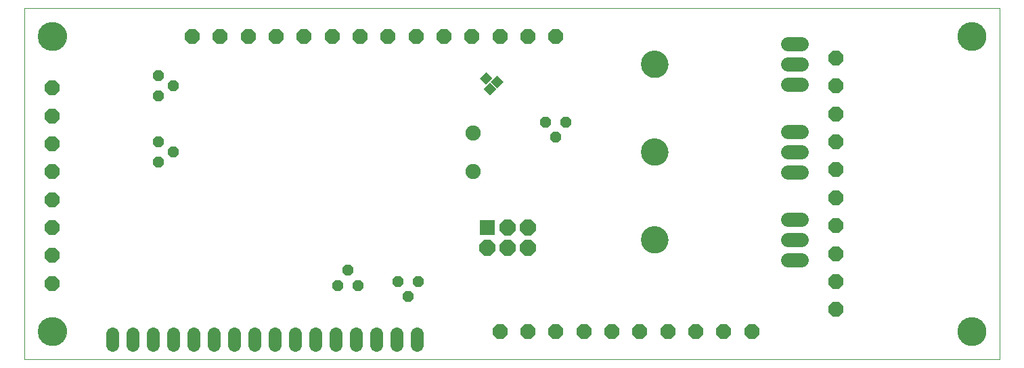
<source format=gbs>
G75*
%MOIN*%
%OFA0B0*%
%FSLAX25Y25*%
%IPPOS*%
%LPD*%
%AMOC8*
5,1,8,0,0,1.08239X$1,22.5*
%
%ADD10C,0.00000*%
%ADD11C,0.07000*%
%ADD12C,0.13400*%
%ADD13R,0.07800X0.07800*%
%ADD14OC8,0.07800*%
%ADD15C,0.07487*%
%ADD16OC8,0.05600*%
%ADD17OC8,0.07487*%
%ADD18C,0.14180*%
%ADD19C,0.06337*%
%ADD20R,0.04400X0.04400*%
D10*
X0001250Y0001250D02*
X0001250Y0174478D01*
X0481565Y0174478D01*
X0481565Y0001250D01*
X0001250Y0001250D01*
X0008140Y0015030D02*
X0008142Y0015199D01*
X0008148Y0015368D01*
X0008159Y0015537D01*
X0008173Y0015705D01*
X0008192Y0015873D01*
X0008215Y0016041D01*
X0008241Y0016208D01*
X0008272Y0016374D01*
X0008307Y0016540D01*
X0008346Y0016704D01*
X0008390Y0016868D01*
X0008437Y0017030D01*
X0008488Y0017191D01*
X0008543Y0017351D01*
X0008602Y0017510D01*
X0008664Y0017667D01*
X0008731Y0017822D01*
X0008802Y0017976D01*
X0008876Y0018128D01*
X0008954Y0018278D01*
X0009035Y0018426D01*
X0009120Y0018572D01*
X0009209Y0018716D01*
X0009301Y0018858D01*
X0009397Y0018997D01*
X0009496Y0019134D01*
X0009598Y0019269D01*
X0009704Y0019401D01*
X0009813Y0019530D01*
X0009925Y0019657D01*
X0010040Y0019781D01*
X0010158Y0019902D01*
X0010279Y0020020D01*
X0010403Y0020135D01*
X0010530Y0020247D01*
X0010659Y0020356D01*
X0010791Y0020462D01*
X0010926Y0020564D01*
X0011063Y0020663D01*
X0011202Y0020759D01*
X0011344Y0020851D01*
X0011488Y0020940D01*
X0011634Y0021025D01*
X0011782Y0021106D01*
X0011932Y0021184D01*
X0012084Y0021258D01*
X0012238Y0021329D01*
X0012393Y0021396D01*
X0012550Y0021458D01*
X0012709Y0021517D01*
X0012869Y0021572D01*
X0013030Y0021623D01*
X0013192Y0021670D01*
X0013356Y0021714D01*
X0013520Y0021753D01*
X0013686Y0021788D01*
X0013852Y0021819D01*
X0014019Y0021845D01*
X0014187Y0021868D01*
X0014355Y0021887D01*
X0014523Y0021901D01*
X0014692Y0021912D01*
X0014861Y0021918D01*
X0015030Y0021920D01*
X0015199Y0021918D01*
X0015368Y0021912D01*
X0015537Y0021901D01*
X0015705Y0021887D01*
X0015873Y0021868D01*
X0016041Y0021845D01*
X0016208Y0021819D01*
X0016374Y0021788D01*
X0016540Y0021753D01*
X0016704Y0021714D01*
X0016868Y0021670D01*
X0017030Y0021623D01*
X0017191Y0021572D01*
X0017351Y0021517D01*
X0017510Y0021458D01*
X0017667Y0021396D01*
X0017822Y0021329D01*
X0017976Y0021258D01*
X0018128Y0021184D01*
X0018278Y0021106D01*
X0018426Y0021025D01*
X0018572Y0020940D01*
X0018716Y0020851D01*
X0018858Y0020759D01*
X0018997Y0020663D01*
X0019134Y0020564D01*
X0019269Y0020462D01*
X0019401Y0020356D01*
X0019530Y0020247D01*
X0019657Y0020135D01*
X0019781Y0020020D01*
X0019902Y0019902D01*
X0020020Y0019781D01*
X0020135Y0019657D01*
X0020247Y0019530D01*
X0020356Y0019401D01*
X0020462Y0019269D01*
X0020564Y0019134D01*
X0020663Y0018997D01*
X0020759Y0018858D01*
X0020851Y0018716D01*
X0020940Y0018572D01*
X0021025Y0018426D01*
X0021106Y0018278D01*
X0021184Y0018128D01*
X0021258Y0017976D01*
X0021329Y0017822D01*
X0021396Y0017667D01*
X0021458Y0017510D01*
X0021517Y0017351D01*
X0021572Y0017191D01*
X0021623Y0017030D01*
X0021670Y0016868D01*
X0021714Y0016704D01*
X0021753Y0016540D01*
X0021788Y0016374D01*
X0021819Y0016208D01*
X0021845Y0016041D01*
X0021868Y0015873D01*
X0021887Y0015705D01*
X0021901Y0015537D01*
X0021912Y0015368D01*
X0021918Y0015199D01*
X0021920Y0015030D01*
X0021918Y0014861D01*
X0021912Y0014692D01*
X0021901Y0014523D01*
X0021887Y0014355D01*
X0021868Y0014187D01*
X0021845Y0014019D01*
X0021819Y0013852D01*
X0021788Y0013686D01*
X0021753Y0013520D01*
X0021714Y0013356D01*
X0021670Y0013192D01*
X0021623Y0013030D01*
X0021572Y0012869D01*
X0021517Y0012709D01*
X0021458Y0012550D01*
X0021396Y0012393D01*
X0021329Y0012238D01*
X0021258Y0012084D01*
X0021184Y0011932D01*
X0021106Y0011782D01*
X0021025Y0011634D01*
X0020940Y0011488D01*
X0020851Y0011344D01*
X0020759Y0011202D01*
X0020663Y0011063D01*
X0020564Y0010926D01*
X0020462Y0010791D01*
X0020356Y0010659D01*
X0020247Y0010530D01*
X0020135Y0010403D01*
X0020020Y0010279D01*
X0019902Y0010158D01*
X0019781Y0010040D01*
X0019657Y0009925D01*
X0019530Y0009813D01*
X0019401Y0009704D01*
X0019269Y0009598D01*
X0019134Y0009496D01*
X0018997Y0009397D01*
X0018858Y0009301D01*
X0018716Y0009209D01*
X0018572Y0009120D01*
X0018426Y0009035D01*
X0018278Y0008954D01*
X0018128Y0008876D01*
X0017976Y0008802D01*
X0017822Y0008731D01*
X0017667Y0008664D01*
X0017510Y0008602D01*
X0017351Y0008543D01*
X0017191Y0008488D01*
X0017030Y0008437D01*
X0016868Y0008390D01*
X0016704Y0008346D01*
X0016540Y0008307D01*
X0016374Y0008272D01*
X0016208Y0008241D01*
X0016041Y0008215D01*
X0015873Y0008192D01*
X0015705Y0008173D01*
X0015537Y0008159D01*
X0015368Y0008148D01*
X0015199Y0008142D01*
X0015030Y0008140D01*
X0014861Y0008142D01*
X0014692Y0008148D01*
X0014523Y0008159D01*
X0014355Y0008173D01*
X0014187Y0008192D01*
X0014019Y0008215D01*
X0013852Y0008241D01*
X0013686Y0008272D01*
X0013520Y0008307D01*
X0013356Y0008346D01*
X0013192Y0008390D01*
X0013030Y0008437D01*
X0012869Y0008488D01*
X0012709Y0008543D01*
X0012550Y0008602D01*
X0012393Y0008664D01*
X0012238Y0008731D01*
X0012084Y0008802D01*
X0011932Y0008876D01*
X0011782Y0008954D01*
X0011634Y0009035D01*
X0011488Y0009120D01*
X0011344Y0009209D01*
X0011202Y0009301D01*
X0011063Y0009397D01*
X0010926Y0009496D01*
X0010791Y0009598D01*
X0010659Y0009704D01*
X0010530Y0009813D01*
X0010403Y0009925D01*
X0010279Y0010040D01*
X0010158Y0010158D01*
X0010040Y0010279D01*
X0009925Y0010403D01*
X0009813Y0010530D01*
X0009704Y0010659D01*
X0009598Y0010791D01*
X0009496Y0010926D01*
X0009397Y0011063D01*
X0009301Y0011202D01*
X0009209Y0011344D01*
X0009120Y0011488D01*
X0009035Y0011634D01*
X0008954Y0011782D01*
X0008876Y0011932D01*
X0008802Y0012084D01*
X0008731Y0012238D01*
X0008664Y0012393D01*
X0008602Y0012550D01*
X0008543Y0012709D01*
X0008488Y0012869D01*
X0008437Y0013030D01*
X0008390Y0013192D01*
X0008346Y0013356D01*
X0008307Y0013520D01*
X0008272Y0013686D01*
X0008241Y0013852D01*
X0008215Y0014019D01*
X0008192Y0014187D01*
X0008173Y0014355D01*
X0008159Y0014523D01*
X0008148Y0014692D01*
X0008142Y0014861D01*
X0008140Y0015030D01*
X0305081Y0060305D02*
X0305083Y0060466D01*
X0305089Y0060626D01*
X0305099Y0060787D01*
X0305113Y0060947D01*
X0305131Y0061107D01*
X0305152Y0061266D01*
X0305178Y0061425D01*
X0305208Y0061583D01*
X0305241Y0061740D01*
X0305279Y0061897D01*
X0305320Y0062052D01*
X0305365Y0062206D01*
X0305414Y0062359D01*
X0305467Y0062511D01*
X0305523Y0062662D01*
X0305584Y0062811D01*
X0305647Y0062959D01*
X0305715Y0063105D01*
X0305786Y0063249D01*
X0305860Y0063391D01*
X0305938Y0063532D01*
X0306020Y0063670D01*
X0306105Y0063807D01*
X0306193Y0063941D01*
X0306285Y0064073D01*
X0306380Y0064203D01*
X0306478Y0064331D01*
X0306579Y0064456D01*
X0306683Y0064578D01*
X0306790Y0064698D01*
X0306900Y0064815D01*
X0307013Y0064930D01*
X0307129Y0065041D01*
X0307248Y0065150D01*
X0307369Y0065255D01*
X0307493Y0065358D01*
X0307619Y0065458D01*
X0307747Y0065554D01*
X0307878Y0065647D01*
X0308012Y0065737D01*
X0308147Y0065824D01*
X0308285Y0065907D01*
X0308424Y0065987D01*
X0308566Y0066063D01*
X0308709Y0066136D01*
X0308854Y0066205D01*
X0309001Y0066271D01*
X0309149Y0066333D01*
X0309299Y0066391D01*
X0309450Y0066446D01*
X0309603Y0066497D01*
X0309757Y0066544D01*
X0309912Y0066587D01*
X0310068Y0066626D01*
X0310224Y0066662D01*
X0310382Y0066693D01*
X0310540Y0066721D01*
X0310699Y0066745D01*
X0310859Y0066765D01*
X0311019Y0066781D01*
X0311179Y0066793D01*
X0311340Y0066801D01*
X0311501Y0066805D01*
X0311661Y0066805D01*
X0311822Y0066801D01*
X0311983Y0066793D01*
X0312143Y0066781D01*
X0312303Y0066765D01*
X0312463Y0066745D01*
X0312622Y0066721D01*
X0312780Y0066693D01*
X0312938Y0066662D01*
X0313094Y0066626D01*
X0313250Y0066587D01*
X0313405Y0066544D01*
X0313559Y0066497D01*
X0313712Y0066446D01*
X0313863Y0066391D01*
X0314013Y0066333D01*
X0314161Y0066271D01*
X0314308Y0066205D01*
X0314453Y0066136D01*
X0314596Y0066063D01*
X0314738Y0065987D01*
X0314877Y0065907D01*
X0315015Y0065824D01*
X0315150Y0065737D01*
X0315284Y0065647D01*
X0315415Y0065554D01*
X0315543Y0065458D01*
X0315669Y0065358D01*
X0315793Y0065255D01*
X0315914Y0065150D01*
X0316033Y0065041D01*
X0316149Y0064930D01*
X0316262Y0064815D01*
X0316372Y0064698D01*
X0316479Y0064578D01*
X0316583Y0064456D01*
X0316684Y0064331D01*
X0316782Y0064203D01*
X0316877Y0064073D01*
X0316969Y0063941D01*
X0317057Y0063807D01*
X0317142Y0063670D01*
X0317224Y0063532D01*
X0317302Y0063391D01*
X0317376Y0063249D01*
X0317447Y0063105D01*
X0317515Y0062959D01*
X0317578Y0062811D01*
X0317639Y0062662D01*
X0317695Y0062511D01*
X0317748Y0062359D01*
X0317797Y0062206D01*
X0317842Y0062052D01*
X0317883Y0061897D01*
X0317921Y0061740D01*
X0317954Y0061583D01*
X0317984Y0061425D01*
X0318010Y0061266D01*
X0318031Y0061107D01*
X0318049Y0060947D01*
X0318063Y0060787D01*
X0318073Y0060626D01*
X0318079Y0060466D01*
X0318081Y0060305D01*
X0318079Y0060144D01*
X0318073Y0059984D01*
X0318063Y0059823D01*
X0318049Y0059663D01*
X0318031Y0059503D01*
X0318010Y0059344D01*
X0317984Y0059185D01*
X0317954Y0059027D01*
X0317921Y0058870D01*
X0317883Y0058713D01*
X0317842Y0058558D01*
X0317797Y0058404D01*
X0317748Y0058251D01*
X0317695Y0058099D01*
X0317639Y0057948D01*
X0317578Y0057799D01*
X0317515Y0057651D01*
X0317447Y0057505D01*
X0317376Y0057361D01*
X0317302Y0057219D01*
X0317224Y0057078D01*
X0317142Y0056940D01*
X0317057Y0056803D01*
X0316969Y0056669D01*
X0316877Y0056537D01*
X0316782Y0056407D01*
X0316684Y0056279D01*
X0316583Y0056154D01*
X0316479Y0056032D01*
X0316372Y0055912D01*
X0316262Y0055795D01*
X0316149Y0055680D01*
X0316033Y0055569D01*
X0315914Y0055460D01*
X0315793Y0055355D01*
X0315669Y0055252D01*
X0315543Y0055152D01*
X0315415Y0055056D01*
X0315284Y0054963D01*
X0315150Y0054873D01*
X0315015Y0054786D01*
X0314877Y0054703D01*
X0314738Y0054623D01*
X0314596Y0054547D01*
X0314453Y0054474D01*
X0314308Y0054405D01*
X0314161Y0054339D01*
X0314013Y0054277D01*
X0313863Y0054219D01*
X0313712Y0054164D01*
X0313559Y0054113D01*
X0313405Y0054066D01*
X0313250Y0054023D01*
X0313094Y0053984D01*
X0312938Y0053948D01*
X0312780Y0053917D01*
X0312622Y0053889D01*
X0312463Y0053865D01*
X0312303Y0053845D01*
X0312143Y0053829D01*
X0311983Y0053817D01*
X0311822Y0053809D01*
X0311661Y0053805D01*
X0311501Y0053805D01*
X0311340Y0053809D01*
X0311179Y0053817D01*
X0311019Y0053829D01*
X0310859Y0053845D01*
X0310699Y0053865D01*
X0310540Y0053889D01*
X0310382Y0053917D01*
X0310224Y0053948D01*
X0310068Y0053984D01*
X0309912Y0054023D01*
X0309757Y0054066D01*
X0309603Y0054113D01*
X0309450Y0054164D01*
X0309299Y0054219D01*
X0309149Y0054277D01*
X0309001Y0054339D01*
X0308854Y0054405D01*
X0308709Y0054474D01*
X0308566Y0054547D01*
X0308424Y0054623D01*
X0308285Y0054703D01*
X0308147Y0054786D01*
X0308012Y0054873D01*
X0307878Y0054963D01*
X0307747Y0055056D01*
X0307619Y0055152D01*
X0307493Y0055252D01*
X0307369Y0055355D01*
X0307248Y0055460D01*
X0307129Y0055569D01*
X0307013Y0055680D01*
X0306900Y0055795D01*
X0306790Y0055912D01*
X0306683Y0056032D01*
X0306579Y0056154D01*
X0306478Y0056279D01*
X0306380Y0056407D01*
X0306285Y0056537D01*
X0306193Y0056669D01*
X0306105Y0056803D01*
X0306020Y0056940D01*
X0305938Y0057078D01*
X0305860Y0057219D01*
X0305786Y0057361D01*
X0305715Y0057505D01*
X0305647Y0057651D01*
X0305584Y0057799D01*
X0305523Y0057948D01*
X0305467Y0058099D01*
X0305414Y0058251D01*
X0305365Y0058404D01*
X0305320Y0058558D01*
X0305279Y0058713D01*
X0305241Y0058870D01*
X0305208Y0059027D01*
X0305178Y0059185D01*
X0305152Y0059344D01*
X0305131Y0059503D01*
X0305113Y0059663D01*
X0305099Y0059823D01*
X0305089Y0059984D01*
X0305083Y0060144D01*
X0305081Y0060305D01*
X0305081Y0103612D02*
X0305083Y0103773D01*
X0305089Y0103933D01*
X0305099Y0104094D01*
X0305113Y0104254D01*
X0305131Y0104414D01*
X0305152Y0104573D01*
X0305178Y0104732D01*
X0305208Y0104890D01*
X0305241Y0105047D01*
X0305279Y0105204D01*
X0305320Y0105359D01*
X0305365Y0105513D01*
X0305414Y0105666D01*
X0305467Y0105818D01*
X0305523Y0105969D01*
X0305584Y0106118D01*
X0305647Y0106266D01*
X0305715Y0106412D01*
X0305786Y0106556D01*
X0305860Y0106698D01*
X0305938Y0106839D01*
X0306020Y0106977D01*
X0306105Y0107114D01*
X0306193Y0107248D01*
X0306285Y0107380D01*
X0306380Y0107510D01*
X0306478Y0107638D01*
X0306579Y0107763D01*
X0306683Y0107885D01*
X0306790Y0108005D01*
X0306900Y0108122D01*
X0307013Y0108237D01*
X0307129Y0108348D01*
X0307248Y0108457D01*
X0307369Y0108562D01*
X0307493Y0108665D01*
X0307619Y0108765D01*
X0307747Y0108861D01*
X0307878Y0108954D01*
X0308012Y0109044D01*
X0308147Y0109131D01*
X0308285Y0109214D01*
X0308424Y0109294D01*
X0308566Y0109370D01*
X0308709Y0109443D01*
X0308854Y0109512D01*
X0309001Y0109578D01*
X0309149Y0109640D01*
X0309299Y0109698D01*
X0309450Y0109753D01*
X0309603Y0109804D01*
X0309757Y0109851D01*
X0309912Y0109894D01*
X0310068Y0109933D01*
X0310224Y0109969D01*
X0310382Y0110000D01*
X0310540Y0110028D01*
X0310699Y0110052D01*
X0310859Y0110072D01*
X0311019Y0110088D01*
X0311179Y0110100D01*
X0311340Y0110108D01*
X0311501Y0110112D01*
X0311661Y0110112D01*
X0311822Y0110108D01*
X0311983Y0110100D01*
X0312143Y0110088D01*
X0312303Y0110072D01*
X0312463Y0110052D01*
X0312622Y0110028D01*
X0312780Y0110000D01*
X0312938Y0109969D01*
X0313094Y0109933D01*
X0313250Y0109894D01*
X0313405Y0109851D01*
X0313559Y0109804D01*
X0313712Y0109753D01*
X0313863Y0109698D01*
X0314013Y0109640D01*
X0314161Y0109578D01*
X0314308Y0109512D01*
X0314453Y0109443D01*
X0314596Y0109370D01*
X0314738Y0109294D01*
X0314877Y0109214D01*
X0315015Y0109131D01*
X0315150Y0109044D01*
X0315284Y0108954D01*
X0315415Y0108861D01*
X0315543Y0108765D01*
X0315669Y0108665D01*
X0315793Y0108562D01*
X0315914Y0108457D01*
X0316033Y0108348D01*
X0316149Y0108237D01*
X0316262Y0108122D01*
X0316372Y0108005D01*
X0316479Y0107885D01*
X0316583Y0107763D01*
X0316684Y0107638D01*
X0316782Y0107510D01*
X0316877Y0107380D01*
X0316969Y0107248D01*
X0317057Y0107114D01*
X0317142Y0106977D01*
X0317224Y0106839D01*
X0317302Y0106698D01*
X0317376Y0106556D01*
X0317447Y0106412D01*
X0317515Y0106266D01*
X0317578Y0106118D01*
X0317639Y0105969D01*
X0317695Y0105818D01*
X0317748Y0105666D01*
X0317797Y0105513D01*
X0317842Y0105359D01*
X0317883Y0105204D01*
X0317921Y0105047D01*
X0317954Y0104890D01*
X0317984Y0104732D01*
X0318010Y0104573D01*
X0318031Y0104414D01*
X0318049Y0104254D01*
X0318063Y0104094D01*
X0318073Y0103933D01*
X0318079Y0103773D01*
X0318081Y0103612D01*
X0318079Y0103451D01*
X0318073Y0103291D01*
X0318063Y0103130D01*
X0318049Y0102970D01*
X0318031Y0102810D01*
X0318010Y0102651D01*
X0317984Y0102492D01*
X0317954Y0102334D01*
X0317921Y0102177D01*
X0317883Y0102020D01*
X0317842Y0101865D01*
X0317797Y0101711D01*
X0317748Y0101558D01*
X0317695Y0101406D01*
X0317639Y0101255D01*
X0317578Y0101106D01*
X0317515Y0100958D01*
X0317447Y0100812D01*
X0317376Y0100668D01*
X0317302Y0100526D01*
X0317224Y0100385D01*
X0317142Y0100247D01*
X0317057Y0100110D01*
X0316969Y0099976D01*
X0316877Y0099844D01*
X0316782Y0099714D01*
X0316684Y0099586D01*
X0316583Y0099461D01*
X0316479Y0099339D01*
X0316372Y0099219D01*
X0316262Y0099102D01*
X0316149Y0098987D01*
X0316033Y0098876D01*
X0315914Y0098767D01*
X0315793Y0098662D01*
X0315669Y0098559D01*
X0315543Y0098459D01*
X0315415Y0098363D01*
X0315284Y0098270D01*
X0315150Y0098180D01*
X0315015Y0098093D01*
X0314877Y0098010D01*
X0314738Y0097930D01*
X0314596Y0097854D01*
X0314453Y0097781D01*
X0314308Y0097712D01*
X0314161Y0097646D01*
X0314013Y0097584D01*
X0313863Y0097526D01*
X0313712Y0097471D01*
X0313559Y0097420D01*
X0313405Y0097373D01*
X0313250Y0097330D01*
X0313094Y0097291D01*
X0312938Y0097255D01*
X0312780Y0097224D01*
X0312622Y0097196D01*
X0312463Y0097172D01*
X0312303Y0097152D01*
X0312143Y0097136D01*
X0311983Y0097124D01*
X0311822Y0097116D01*
X0311661Y0097112D01*
X0311501Y0097112D01*
X0311340Y0097116D01*
X0311179Y0097124D01*
X0311019Y0097136D01*
X0310859Y0097152D01*
X0310699Y0097172D01*
X0310540Y0097196D01*
X0310382Y0097224D01*
X0310224Y0097255D01*
X0310068Y0097291D01*
X0309912Y0097330D01*
X0309757Y0097373D01*
X0309603Y0097420D01*
X0309450Y0097471D01*
X0309299Y0097526D01*
X0309149Y0097584D01*
X0309001Y0097646D01*
X0308854Y0097712D01*
X0308709Y0097781D01*
X0308566Y0097854D01*
X0308424Y0097930D01*
X0308285Y0098010D01*
X0308147Y0098093D01*
X0308012Y0098180D01*
X0307878Y0098270D01*
X0307747Y0098363D01*
X0307619Y0098459D01*
X0307493Y0098559D01*
X0307369Y0098662D01*
X0307248Y0098767D01*
X0307129Y0098876D01*
X0307013Y0098987D01*
X0306900Y0099102D01*
X0306790Y0099219D01*
X0306683Y0099339D01*
X0306579Y0099461D01*
X0306478Y0099586D01*
X0306380Y0099714D01*
X0306285Y0099844D01*
X0306193Y0099976D01*
X0306105Y0100110D01*
X0306020Y0100247D01*
X0305938Y0100385D01*
X0305860Y0100526D01*
X0305786Y0100668D01*
X0305715Y0100812D01*
X0305647Y0100958D01*
X0305584Y0101106D01*
X0305523Y0101255D01*
X0305467Y0101406D01*
X0305414Y0101558D01*
X0305365Y0101711D01*
X0305320Y0101865D01*
X0305279Y0102020D01*
X0305241Y0102177D01*
X0305208Y0102334D01*
X0305178Y0102492D01*
X0305152Y0102651D01*
X0305131Y0102810D01*
X0305113Y0102970D01*
X0305099Y0103130D01*
X0305089Y0103291D01*
X0305083Y0103451D01*
X0305081Y0103612D01*
X0305081Y0146919D02*
X0305083Y0147080D01*
X0305089Y0147240D01*
X0305099Y0147401D01*
X0305113Y0147561D01*
X0305131Y0147721D01*
X0305152Y0147880D01*
X0305178Y0148039D01*
X0305208Y0148197D01*
X0305241Y0148354D01*
X0305279Y0148511D01*
X0305320Y0148666D01*
X0305365Y0148820D01*
X0305414Y0148973D01*
X0305467Y0149125D01*
X0305523Y0149276D01*
X0305584Y0149425D01*
X0305647Y0149573D01*
X0305715Y0149719D01*
X0305786Y0149863D01*
X0305860Y0150005D01*
X0305938Y0150146D01*
X0306020Y0150284D01*
X0306105Y0150421D01*
X0306193Y0150555D01*
X0306285Y0150687D01*
X0306380Y0150817D01*
X0306478Y0150945D01*
X0306579Y0151070D01*
X0306683Y0151192D01*
X0306790Y0151312D01*
X0306900Y0151429D01*
X0307013Y0151544D01*
X0307129Y0151655D01*
X0307248Y0151764D01*
X0307369Y0151869D01*
X0307493Y0151972D01*
X0307619Y0152072D01*
X0307747Y0152168D01*
X0307878Y0152261D01*
X0308012Y0152351D01*
X0308147Y0152438D01*
X0308285Y0152521D01*
X0308424Y0152601D01*
X0308566Y0152677D01*
X0308709Y0152750D01*
X0308854Y0152819D01*
X0309001Y0152885D01*
X0309149Y0152947D01*
X0309299Y0153005D01*
X0309450Y0153060D01*
X0309603Y0153111D01*
X0309757Y0153158D01*
X0309912Y0153201D01*
X0310068Y0153240D01*
X0310224Y0153276D01*
X0310382Y0153307D01*
X0310540Y0153335D01*
X0310699Y0153359D01*
X0310859Y0153379D01*
X0311019Y0153395D01*
X0311179Y0153407D01*
X0311340Y0153415D01*
X0311501Y0153419D01*
X0311661Y0153419D01*
X0311822Y0153415D01*
X0311983Y0153407D01*
X0312143Y0153395D01*
X0312303Y0153379D01*
X0312463Y0153359D01*
X0312622Y0153335D01*
X0312780Y0153307D01*
X0312938Y0153276D01*
X0313094Y0153240D01*
X0313250Y0153201D01*
X0313405Y0153158D01*
X0313559Y0153111D01*
X0313712Y0153060D01*
X0313863Y0153005D01*
X0314013Y0152947D01*
X0314161Y0152885D01*
X0314308Y0152819D01*
X0314453Y0152750D01*
X0314596Y0152677D01*
X0314738Y0152601D01*
X0314877Y0152521D01*
X0315015Y0152438D01*
X0315150Y0152351D01*
X0315284Y0152261D01*
X0315415Y0152168D01*
X0315543Y0152072D01*
X0315669Y0151972D01*
X0315793Y0151869D01*
X0315914Y0151764D01*
X0316033Y0151655D01*
X0316149Y0151544D01*
X0316262Y0151429D01*
X0316372Y0151312D01*
X0316479Y0151192D01*
X0316583Y0151070D01*
X0316684Y0150945D01*
X0316782Y0150817D01*
X0316877Y0150687D01*
X0316969Y0150555D01*
X0317057Y0150421D01*
X0317142Y0150284D01*
X0317224Y0150146D01*
X0317302Y0150005D01*
X0317376Y0149863D01*
X0317447Y0149719D01*
X0317515Y0149573D01*
X0317578Y0149425D01*
X0317639Y0149276D01*
X0317695Y0149125D01*
X0317748Y0148973D01*
X0317797Y0148820D01*
X0317842Y0148666D01*
X0317883Y0148511D01*
X0317921Y0148354D01*
X0317954Y0148197D01*
X0317984Y0148039D01*
X0318010Y0147880D01*
X0318031Y0147721D01*
X0318049Y0147561D01*
X0318063Y0147401D01*
X0318073Y0147240D01*
X0318079Y0147080D01*
X0318081Y0146919D01*
X0318079Y0146758D01*
X0318073Y0146598D01*
X0318063Y0146437D01*
X0318049Y0146277D01*
X0318031Y0146117D01*
X0318010Y0145958D01*
X0317984Y0145799D01*
X0317954Y0145641D01*
X0317921Y0145484D01*
X0317883Y0145327D01*
X0317842Y0145172D01*
X0317797Y0145018D01*
X0317748Y0144865D01*
X0317695Y0144713D01*
X0317639Y0144562D01*
X0317578Y0144413D01*
X0317515Y0144265D01*
X0317447Y0144119D01*
X0317376Y0143975D01*
X0317302Y0143833D01*
X0317224Y0143692D01*
X0317142Y0143554D01*
X0317057Y0143417D01*
X0316969Y0143283D01*
X0316877Y0143151D01*
X0316782Y0143021D01*
X0316684Y0142893D01*
X0316583Y0142768D01*
X0316479Y0142646D01*
X0316372Y0142526D01*
X0316262Y0142409D01*
X0316149Y0142294D01*
X0316033Y0142183D01*
X0315914Y0142074D01*
X0315793Y0141969D01*
X0315669Y0141866D01*
X0315543Y0141766D01*
X0315415Y0141670D01*
X0315284Y0141577D01*
X0315150Y0141487D01*
X0315015Y0141400D01*
X0314877Y0141317D01*
X0314738Y0141237D01*
X0314596Y0141161D01*
X0314453Y0141088D01*
X0314308Y0141019D01*
X0314161Y0140953D01*
X0314013Y0140891D01*
X0313863Y0140833D01*
X0313712Y0140778D01*
X0313559Y0140727D01*
X0313405Y0140680D01*
X0313250Y0140637D01*
X0313094Y0140598D01*
X0312938Y0140562D01*
X0312780Y0140531D01*
X0312622Y0140503D01*
X0312463Y0140479D01*
X0312303Y0140459D01*
X0312143Y0140443D01*
X0311983Y0140431D01*
X0311822Y0140423D01*
X0311661Y0140419D01*
X0311501Y0140419D01*
X0311340Y0140423D01*
X0311179Y0140431D01*
X0311019Y0140443D01*
X0310859Y0140459D01*
X0310699Y0140479D01*
X0310540Y0140503D01*
X0310382Y0140531D01*
X0310224Y0140562D01*
X0310068Y0140598D01*
X0309912Y0140637D01*
X0309757Y0140680D01*
X0309603Y0140727D01*
X0309450Y0140778D01*
X0309299Y0140833D01*
X0309149Y0140891D01*
X0309001Y0140953D01*
X0308854Y0141019D01*
X0308709Y0141088D01*
X0308566Y0141161D01*
X0308424Y0141237D01*
X0308285Y0141317D01*
X0308147Y0141400D01*
X0308012Y0141487D01*
X0307878Y0141577D01*
X0307747Y0141670D01*
X0307619Y0141766D01*
X0307493Y0141866D01*
X0307369Y0141969D01*
X0307248Y0142074D01*
X0307129Y0142183D01*
X0307013Y0142294D01*
X0306900Y0142409D01*
X0306790Y0142526D01*
X0306683Y0142646D01*
X0306579Y0142768D01*
X0306478Y0142893D01*
X0306380Y0143021D01*
X0306285Y0143151D01*
X0306193Y0143283D01*
X0306105Y0143417D01*
X0306020Y0143554D01*
X0305938Y0143692D01*
X0305860Y0143833D01*
X0305786Y0143975D01*
X0305715Y0144119D01*
X0305647Y0144265D01*
X0305584Y0144413D01*
X0305523Y0144562D01*
X0305467Y0144713D01*
X0305414Y0144865D01*
X0305365Y0145018D01*
X0305320Y0145172D01*
X0305279Y0145327D01*
X0305241Y0145484D01*
X0305208Y0145641D01*
X0305178Y0145799D01*
X0305152Y0145958D01*
X0305131Y0146117D01*
X0305113Y0146277D01*
X0305099Y0146437D01*
X0305089Y0146598D01*
X0305083Y0146758D01*
X0305081Y0146919D01*
X0460895Y0160699D02*
X0460897Y0160868D01*
X0460903Y0161037D01*
X0460914Y0161206D01*
X0460928Y0161374D01*
X0460947Y0161542D01*
X0460970Y0161710D01*
X0460996Y0161877D01*
X0461027Y0162043D01*
X0461062Y0162209D01*
X0461101Y0162373D01*
X0461145Y0162537D01*
X0461192Y0162699D01*
X0461243Y0162860D01*
X0461298Y0163020D01*
X0461357Y0163179D01*
X0461419Y0163336D01*
X0461486Y0163491D01*
X0461557Y0163645D01*
X0461631Y0163797D01*
X0461709Y0163947D01*
X0461790Y0164095D01*
X0461875Y0164241D01*
X0461964Y0164385D01*
X0462056Y0164527D01*
X0462152Y0164666D01*
X0462251Y0164803D01*
X0462353Y0164938D01*
X0462459Y0165070D01*
X0462568Y0165199D01*
X0462680Y0165326D01*
X0462795Y0165450D01*
X0462913Y0165571D01*
X0463034Y0165689D01*
X0463158Y0165804D01*
X0463285Y0165916D01*
X0463414Y0166025D01*
X0463546Y0166131D01*
X0463681Y0166233D01*
X0463818Y0166332D01*
X0463957Y0166428D01*
X0464099Y0166520D01*
X0464243Y0166609D01*
X0464389Y0166694D01*
X0464537Y0166775D01*
X0464687Y0166853D01*
X0464839Y0166927D01*
X0464993Y0166998D01*
X0465148Y0167065D01*
X0465305Y0167127D01*
X0465464Y0167186D01*
X0465624Y0167241D01*
X0465785Y0167292D01*
X0465947Y0167339D01*
X0466111Y0167383D01*
X0466275Y0167422D01*
X0466441Y0167457D01*
X0466607Y0167488D01*
X0466774Y0167514D01*
X0466942Y0167537D01*
X0467110Y0167556D01*
X0467278Y0167570D01*
X0467447Y0167581D01*
X0467616Y0167587D01*
X0467785Y0167589D01*
X0467954Y0167587D01*
X0468123Y0167581D01*
X0468292Y0167570D01*
X0468460Y0167556D01*
X0468628Y0167537D01*
X0468796Y0167514D01*
X0468963Y0167488D01*
X0469129Y0167457D01*
X0469295Y0167422D01*
X0469459Y0167383D01*
X0469623Y0167339D01*
X0469785Y0167292D01*
X0469946Y0167241D01*
X0470106Y0167186D01*
X0470265Y0167127D01*
X0470422Y0167065D01*
X0470577Y0166998D01*
X0470731Y0166927D01*
X0470883Y0166853D01*
X0471033Y0166775D01*
X0471181Y0166694D01*
X0471327Y0166609D01*
X0471471Y0166520D01*
X0471613Y0166428D01*
X0471752Y0166332D01*
X0471889Y0166233D01*
X0472024Y0166131D01*
X0472156Y0166025D01*
X0472285Y0165916D01*
X0472412Y0165804D01*
X0472536Y0165689D01*
X0472657Y0165571D01*
X0472775Y0165450D01*
X0472890Y0165326D01*
X0473002Y0165199D01*
X0473111Y0165070D01*
X0473217Y0164938D01*
X0473319Y0164803D01*
X0473418Y0164666D01*
X0473514Y0164527D01*
X0473606Y0164385D01*
X0473695Y0164241D01*
X0473780Y0164095D01*
X0473861Y0163947D01*
X0473939Y0163797D01*
X0474013Y0163645D01*
X0474084Y0163491D01*
X0474151Y0163336D01*
X0474213Y0163179D01*
X0474272Y0163020D01*
X0474327Y0162860D01*
X0474378Y0162699D01*
X0474425Y0162537D01*
X0474469Y0162373D01*
X0474508Y0162209D01*
X0474543Y0162043D01*
X0474574Y0161877D01*
X0474600Y0161710D01*
X0474623Y0161542D01*
X0474642Y0161374D01*
X0474656Y0161206D01*
X0474667Y0161037D01*
X0474673Y0160868D01*
X0474675Y0160699D01*
X0474673Y0160530D01*
X0474667Y0160361D01*
X0474656Y0160192D01*
X0474642Y0160024D01*
X0474623Y0159856D01*
X0474600Y0159688D01*
X0474574Y0159521D01*
X0474543Y0159355D01*
X0474508Y0159189D01*
X0474469Y0159025D01*
X0474425Y0158861D01*
X0474378Y0158699D01*
X0474327Y0158538D01*
X0474272Y0158378D01*
X0474213Y0158219D01*
X0474151Y0158062D01*
X0474084Y0157907D01*
X0474013Y0157753D01*
X0473939Y0157601D01*
X0473861Y0157451D01*
X0473780Y0157303D01*
X0473695Y0157157D01*
X0473606Y0157013D01*
X0473514Y0156871D01*
X0473418Y0156732D01*
X0473319Y0156595D01*
X0473217Y0156460D01*
X0473111Y0156328D01*
X0473002Y0156199D01*
X0472890Y0156072D01*
X0472775Y0155948D01*
X0472657Y0155827D01*
X0472536Y0155709D01*
X0472412Y0155594D01*
X0472285Y0155482D01*
X0472156Y0155373D01*
X0472024Y0155267D01*
X0471889Y0155165D01*
X0471752Y0155066D01*
X0471613Y0154970D01*
X0471471Y0154878D01*
X0471327Y0154789D01*
X0471181Y0154704D01*
X0471033Y0154623D01*
X0470883Y0154545D01*
X0470731Y0154471D01*
X0470577Y0154400D01*
X0470422Y0154333D01*
X0470265Y0154271D01*
X0470106Y0154212D01*
X0469946Y0154157D01*
X0469785Y0154106D01*
X0469623Y0154059D01*
X0469459Y0154015D01*
X0469295Y0153976D01*
X0469129Y0153941D01*
X0468963Y0153910D01*
X0468796Y0153884D01*
X0468628Y0153861D01*
X0468460Y0153842D01*
X0468292Y0153828D01*
X0468123Y0153817D01*
X0467954Y0153811D01*
X0467785Y0153809D01*
X0467616Y0153811D01*
X0467447Y0153817D01*
X0467278Y0153828D01*
X0467110Y0153842D01*
X0466942Y0153861D01*
X0466774Y0153884D01*
X0466607Y0153910D01*
X0466441Y0153941D01*
X0466275Y0153976D01*
X0466111Y0154015D01*
X0465947Y0154059D01*
X0465785Y0154106D01*
X0465624Y0154157D01*
X0465464Y0154212D01*
X0465305Y0154271D01*
X0465148Y0154333D01*
X0464993Y0154400D01*
X0464839Y0154471D01*
X0464687Y0154545D01*
X0464537Y0154623D01*
X0464389Y0154704D01*
X0464243Y0154789D01*
X0464099Y0154878D01*
X0463957Y0154970D01*
X0463818Y0155066D01*
X0463681Y0155165D01*
X0463546Y0155267D01*
X0463414Y0155373D01*
X0463285Y0155482D01*
X0463158Y0155594D01*
X0463034Y0155709D01*
X0462913Y0155827D01*
X0462795Y0155948D01*
X0462680Y0156072D01*
X0462568Y0156199D01*
X0462459Y0156328D01*
X0462353Y0156460D01*
X0462251Y0156595D01*
X0462152Y0156732D01*
X0462056Y0156871D01*
X0461964Y0157013D01*
X0461875Y0157157D01*
X0461790Y0157303D01*
X0461709Y0157451D01*
X0461631Y0157601D01*
X0461557Y0157753D01*
X0461486Y0157907D01*
X0461419Y0158062D01*
X0461357Y0158219D01*
X0461298Y0158378D01*
X0461243Y0158538D01*
X0461192Y0158699D01*
X0461145Y0158861D01*
X0461101Y0159025D01*
X0461062Y0159189D01*
X0461027Y0159355D01*
X0460996Y0159521D01*
X0460970Y0159688D01*
X0460947Y0159856D01*
X0460928Y0160024D01*
X0460914Y0160192D01*
X0460903Y0160361D01*
X0460897Y0160530D01*
X0460895Y0160699D01*
X0460895Y0015030D02*
X0460897Y0015199D01*
X0460903Y0015368D01*
X0460914Y0015537D01*
X0460928Y0015705D01*
X0460947Y0015873D01*
X0460970Y0016041D01*
X0460996Y0016208D01*
X0461027Y0016374D01*
X0461062Y0016540D01*
X0461101Y0016704D01*
X0461145Y0016868D01*
X0461192Y0017030D01*
X0461243Y0017191D01*
X0461298Y0017351D01*
X0461357Y0017510D01*
X0461419Y0017667D01*
X0461486Y0017822D01*
X0461557Y0017976D01*
X0461631Y0018128D01*
X0461709Y0018278D01*
X0461790Y0018426D01*
X0461875Y0018572D01*
X0461964Y0018716D01*
X0462056Y0018858D01*
X0462152Y0018997D01*
X0462251Y0019134D01*
X0462353Y0019269D01*
X0462459Y0019401D01*
X0462568Y0019530D01*
X0462680Y0019657D01*
X0462795Y0019781D01*
X0462913Y0019902D01*
X0463034Y0020020D01*
X0463158Y0020135D01*
X0463285Y0020247D01*
X0463414Y0020356D01*
X0463546Y0020462D01*
X0463681Y0020564D01*
X0463818Y0020663D01*
X0463957Y0020759D01*
X0464099Y0020851D01*
X0464243Y0020940D01*
X0464389Y0021025D01*
X0464537Y0021106D01*
X0464687Y0021184D01*
X0464839Y0021258D01*
X0464993Y0021329D01*
X0465148Y0021396D01*
X0465305Y0021458D01*
X0465464Y0021517D01*
X0465624Y0021572D01*
X0465785Y0021623D01*
X0465947Y0021670D01*
X0466111Y0021714D01*
X0466275Y0021753D01*
X0466441Y0021788D01*
X0466607Y0021819D01*
X0466774Y0021845D01*
X0466942Y0021868D01*
X0467110Y0021887D01*
X0467278Y0021901D01*
X0467447Y0021912D01*
X0467616Y0021918D01*
X0467785Y0021920D01*
X0467954Y0021918D01*
X0468123Y0021912D01*
X0468292Y0021901D01*
X0468460Y0021887D01*
X0468628Y0021868D01*
X0468796Y0021845D01*
X0468963Y0021819D01*
X0469129Y0021788D01*
X0469295Y0021753D01*
X0469459Y0021714D01*
X0469623Y0021670D01*
X0469785Y0021623D01*
X0469946Y0021572D01*
X0470106Y0021517D01*
X0470265Y0021458D01*
X0470422Y0021396D01*
X0470577Y0021329D01*
X0470731Y0021258D01*
X0470883Y0021184D01*
X0471033Y0021106D01*
X0471181Y0021025D01*
X0471327Y0020940D01*
X0471471Y0020851D01*
X0471613Y0020759D01*
X0471752Y0020663D01*
X0471889Y0020564D01*
X0472024Y0020462D01*
X0472156Y0020356D01*
X0472285Y0020247D01*
X0472412Y0020135D01*
X0472536Y0020020D01*
X0472657Y0019902D01*
X0472775Y0019781D01*
X0472890Y0019657D01*
X0473002Y0019530D01*
X0473111Y0019401D01*
X0473217Y0019269D01*
X0473319Y0019134D01*
X0473418Y0018997D01*
X0473514Y0018858D01*
X0473606Y0018716D01*
X0473695Y0018572D01*
X0473780Y0018426D01*
X0473861Y0018278D01*
X0473939Y0018128D01*
X0474013Y0017976D01*
X0474084Y0017822D01*
X0474151Y0017667D01*
X0474213Y0017510D01*
X0474272Y0017351D01*
X0474327Y0017191D01*
X0474378Y0017030D01*
X0474425Y0016868D01*
X0474469Y0016704D01*
X0474508Y0016540D01*
X0474543Y0016374D01*
X0474574Y0016208D01*
X0474600Y0016041D01*
X0474623Y0015873D01*
X0474642Y0015705D01*
X0474656Y0015537D01*
X0474667Y0015368D01*
X0474673Y0015199D01*
X0474675Y0015030D01*
X0474673Y0014861D01*
X0474667Y0014692D01*
X0474656Y0014523D01*
X0474642Y0014355D01*
X0474623Y0014187D01*
X0474600Y0014019D01*
X0474574Y0013852D01*
X0474543Y0013686D01*
X0474508Y0013520D01*
X0474469Y0013356D01*
X0474425Y0013192D01*
X0474378Y0013030D01*
X0474327Y0012869D01*
X0474272Y0012709D01*
X0474213Y0012550D01*
X0474151Y0012393D01*
X0474084Y0012238D01*
X0474013Y0012084D01*
X0473939Y0011932D01*
X0473861Y0011782D01*
X0473780Y0011634D01*
X0473695Y0011488D01*
X0473606Y0011344D01*
X0473514Y0011202D01*
X0473418Y0011063D01*
X0473319Y0010926D01*
X0473217Y0010791D01*
X0473111Y0010659D01*
X0473002Y0010530D01*
X0472890Y0010403D01*
X0472775Y0010279D01*
X0472657Y0010158D01*
X0472536Y0010040D01*
X0472412Y0009925D01*
X0472285Y0009813D01*
X0472156Y0009704D01*
X0472024Y0009598D01*
X0471889Y0009496D01*
X0471752Y0009397D01*
X0471613Y0009301D01*
X0471471Y0009209D01*
X0471327Y0009120D01*
X0471181Y0009035D01*
X0471033Y0008954D01*
X0470883Y0008876D01*
X0470731Y0008802D01*
X0470577Y0008731D01*
X0470422Y0008664D01*
X0470265Y0008602D01*
X0470106Y0008543D01*
X0469946Y0008488D01*
X0469785Y0008437D01*
X0469623Y0008390D01*
X0469459Y0008346D01*
X0469295Y0008307D01*
X0469129Y0008272D01*
X0468963Y0008241D01*
X0468796Y0008215D01*
X0468628Y0008192D01*
X0468460Y0008173D01*
X0468292Y0008159D01*
X0468123Y0008148D01*
X0467954Y0008142D01*
X0467785Y0008140D01*
X0467616Y0008142D01*
X0467447Y0008148D01*
X0467278Y0008159D01*
X0467110Y0008173D01*
X0466942Y0008192D01*
X0466774Y0008215D01*
X0466607Y0008241D01*
X0466441Y0008272D01*
X0466275Y0008307D01*
X0466111Y0008346D01*
X0465947Y0008390D01*
X0465785Y0008437D01*
X0465624Y0008488D01*
X0465464Y0008543D01*
X0465305Y0008602D01*
X0465148Y0008664D01*
X0464993Y0008731D01*
X0464839Y0008802D01*
X0464687Y0008876D01*
X0464537Y0008954D01*
X0464389Y0009035D01*
X0464243Y0009120D01*
X0464099Y0009209D01*
X0463957Y0009301D01*
X0463818Y0009397D01*
X0463681Y0009496D01*
X0463546Y0009598D01*
X0463414Y0009704D01*
X0463285Y0009813D01*
X0463158Y0009925D01*
X0463034Y0010040D01*
X0462913Y0010158D01*
X0462795Y0010279D01*
X0462680Y0010403D01*
X0462568Y0010530D01*
X0462459Y0010659D01*
X0462353Y0010791D01*
X0462251Y0010926D01*
X0462152Y0011063D01*
X0462056Y0011202D01*
X0461964Y0011344D01*
X0461875Y0011488D01*
X0461790Y0011634D01*
X0461709Y0011782D01*
X0461631Y0011932D01*
X0461557Y0012084D01*
X0461486Y0012238D01*
X0461419Y0012393D01*
X0461357Y0012550D01*
X0461298Y0012709D01*
X0461243Y0012869D01*
X0461192Y0013030D01*
X0461145Y0013192D01*
X0461101Y0013356D01*
X0461062Y0013520D01*
X0461027Y0013686D01*
X0460996Y0013852D01*
X0460970Y0014019D01*
X0460947Y0014187D01*
X0460928Y0014355D01*
X0460914Y0014523D01*
X0460903Y0014692D01*
X0460897Y0014861D01*
X0460895Y0015030D01*
X0008140Y0160699D02*
X0008142Y0160868D01*
X0008148Y0161037D01*
X0008159Y0161206D01*
X0008173Y0161374D01*
X0008192Y0161542D01*
X0008215Y0161710D01*
X0008241Y0161877D01*
X0008272Y0162043D01*
X0008307Y0162209D01*
X0008346Y0162373D01*
X0008390Y0162537D01*
X0008437Y0162699D01*
X0008488Y0162860D01*
X0008543Y0163020D01*
X0008602Y0163179D01*
X0008664Y0163336D01*
X0008731Y0163491D01*
X0008802Y0163645D01*
X0008876Y0163797D01*
X0008954Y0163947D01*
X0009035Y0164095D01*
X0009120Y0164241D01*
X0009209Y0164385D01*
X0009301Y0164527D01*
X0009397Y0164666D01*
X0009496Y0164803D01*
X0009598Y0164938D01*
X0009704Y0165070D01*
X0009813Y0165199D01*
X0009925Y0165326D01*
X0010040Y0165450D01*
X0010158Y0165571D01*
X0010279Y0165689D01*
X0010403Y0165804D01*
X0010530Y0165916D01*
X0010659Y0166025D01*
X0010791Y0166131D01*
X0010926Y0166233D01*
X0011063Y0166332D01*
X0011202Y0166428D01*
X0011344Y0166520D01*
X0011488Y0166609D01*
X0011634Y0166694D01*
X0011782Y0166775D01*
X0011932Y0166853D01*
X0012084Y0166927D01*
X0012238Y0166998D01*
X0012393Y0167065D01*
X0012550Y0167127D01*
X0012709Y0167186D01*
X0012869Y0167241D01*
X0013030Y0167292D01*
X0013192Y0167339D01*
X0013356Y0167383D01*
X0013520Y0167422D01*
X0013686Y0167457D01*
X0013852Y0167488D01*
X0014019Y0167514D01*
X0014187Y0167537D01*
X0014355Y0167556D01*
X0014523Y0167570D01*
X0014692Y0167581D01*
X0014861Y0167587D01*
X0015030Y0167589D01*
X0015199Y0167587D01*
X0015368Y0167581D01*
X0015537Y0167570D01*
X0015705Y0167556D01*
X0015873Y0167537D01*
X0016041Y0167514D01*
X0016208Y0167488D01*
X0016374Y0167457D01*
X0016540Y0167422D01*
X0016704Y0167383D01*
X0016868Y0167339D01*
X0017030Y0167292D01*
X0017191Y0167241D01*
X0017351Y0167186D01*
X0017510Y0167127D01*
X0017667Y0167065D01*
X0017822Y0166998D01*
X0017976Y0166927D01*
X0018128Y0166853D01*
X0018278Y0166775D01*
X0018426Y0166694D01*
X0018572Y0166609D01*
X0018716Y0166520D01*
X0018858Y0166428D01*
X0018997Y0166332D01*
X0019134Y0166233D01*
X0019269Y0166131D01*
X0019401Y0166025D01*
X0019530Y0165916D01*
X0019657Y0165804D01*
X0019781Y0165689D01*
X0019902Y0165571D01*
X0020020Y0165450D01*
X0020135Y0165326D01*
X0020247Y0165199D01*
X0020356Y0165070D01*
X0020462Y0164938D01*
X0020564Y0164803D01*
X0020663Y0164666D01*
X0020759Y0164527D01*
X0020851Y0164385D01*
X0020940Y0164241D01*
X0021025Y0164095D01*
X0021106Y0163947D01*
X0021184Y0163797D01*
X0021258Y0163645D01*
X0021329Y0163491D01*
X0021396Y0163336D01*
X0021458Y0163179D01*
X0021517Y0163020D01*
X0021572Y0162860D01*
X0021623Y0162699D01*
X0021670Y0162537D01*
X0021714Y0162373D01*
X0021753Y0162209D01*
X0021788Y0162043D01*
X0021819Y0161877D01*
X0021845Y0161710D01*
X0021868Y0161542D01*
X0021887Y0161374D01*
X0021901Y0161206D01*
X0021912Y0161037D01*
X0021918Y0160868D01*
X0021920Y0160699D01*
X0021918Y0160530D01*
X0021912Y0160361D01*
X0021901Y0160192D01*
X0021887Y0160024D01*
X0021868Y0159856D01*
X0021845Y0159688D01*
X0021819Y0159521D01*
X0021788Y0159355D01*
X0021753Y0159189D01*
X0021714Y0159025D01*
X0021670Y0158861D01*
X0021623Y0158699D01*
X0021572Y0158538D01*
X0021517Y0158378D01*
X0021458Y0158219D01*
X0021396Y0158062D01*
X0021329Y0157907D01*
X0021258Y0157753D01*
X0021184Y0157601D01*
X0021106Y0157451D01*
X0021025Y0157303D01*
X0020940Y0157157D01*
X0020851Y0157013D01*
X0020759Y0156871D01*
X0020663Y0156732D01*
X0020564Y0156595D01*
X0020462Y0156460D01*
X0020356Y0156328D01*
X0020247Y0156199D01*
X0020135Y0156072D01*
X0020020Y0155948D01*
X0019902Y0155827D01*
X0019781Y0155709D01*
X0019657Y0155594D01*
X0019530Y0155482D01*
X0019401Y0155373D01*
X0019269Y0155267D01*
X0019134Y0155165D01*
X0018997Y0155066D01*
X0018858Y0154970D01*
X0018716Y0154878D01*
X0018572Y0154789D01*
X0018426Y0154704D01*
X0018278Y0154623D01*
X0018128Y0154545D01*
X0017976Y0154471D01*
X0017822Y0154400D01*
X0017667Y0154333D01*
X0017510Y0154271D01*
X0017351Y0154212D01*
X0017191Y0154157D01*
X0017030Y0154106D01*
X0016868Y0154059D01*
X0016704Y0154015D01*
X0016540Y0153976D01*
X0016374Y0153941D01*
X0016208Y0153910D01*
X0016041Y0153884D01*
X0015873Y0153861D01*
X0015705Y0153842D01*
X0015537Y0153828D01*
X0015368Y0153817D01*
X0015199Y0153811D01*
X0015030Y0153809D01*
X0014861Y0153811D01*
X0014692Y0153817D01*
X0014523Y0153828D01*
X0014355Y0153842D01*
X0014187Y0153861D01*
X0014019Y0153884D01*
X0013852Y0153910D01*
X0013686Y0153941D01*
X0013520Y0153976D01*
X0013356Y0154015D01*
X0013192Y0154059D01*
X0013030Y0154106D01*
X0012869Y0154157D01*
X0012709Y0154212D01*
X0012550Y0154271D01*
X0012393Y0154333D01*
X0012238Y0154400D01*
X0012084Y0154471D01*
X0011932Y0154545D01*
X0011782Y0154623D01*
X0011634Y0154704D01*
X0011488Y0154789D01*
X0011344Y0154878D01*
X0011202Y0154970D01*
X0011063Y0155066D01*
X0010926Y0155165D01*
X0010791Y0155267D01*
X0010659Y0155373D01*
X0010530Y0155482D01*
X0010403Y0155594D01*
X0010279Y0155709D01*
X0010158Y0155827D01*
X0010040Y0155948D01*
X0009925Y0156072D01*
X0009813Y0156199D01*
X0009704Y0156328D01*
X0009598Y0156460D01*
X0009496Y0156595D01*
X0009397Y0156732D01*
X0009301Y0156871D01*
X0009209Y0157013D01*
X0009120Y0157157D01*
X0009035Y0157303D01*
X0008954Y0157451D01*
X0008876Y0157601D01*
X0008802Y0157753D01*
X0008731Y0157907D01*
X0008664Y0158062D01*
X0008602Y0158219D01*
X0008543Y0158378D01*
X0008488Y0158538D01*
X0008437Y0158699D01*
X0008390Y0158861D01*
X0008346Y0159025D01*
X0008307Y0159189D01*
X0008272Y0159355D01*
X0008241Y0159521D01*
X0008215Y0159688D01*
X0008192Y0159856D01*
X0008173Y0160024D01*
X0008159Y0160192D01*
X0008148Y0160361D01*
X0008142Y0160530D01*
X0008140Y0160699D01*
D11*
X0377281Y0156919D02*
X0383881Y0156919D01*
X0383881Y0146919D02*
X0377281Y0146919D01*
X0377281Y0136919D02*
X0383881Y0136919D01*
X0383881Y0113612D02*
X0377281Y0113612D01*
X0377281Y0103612D02*
X0383881Y0103612D01*
X0383881Y0093612D02*
X0377281Y0093612D01*
X0377281Y0070305D02*
X0383881Y0070305D01*
X0383881Y0060305D02*
X0377281Y0060305D01*
X0377281Y0050305D02*
X0383881Y0050305D01*
D12*
X0311581Y0060305D03*
X0311581Y0103612D03*
X0311581Y0146919D03*
D13*
X0229400Y0066171D03*
D14*
X0239400Y0066171D03*
X0249400Y0066171D03*
X0249400Y0056171D03*
X0239400Y0056171D03*
X0229400Y0056171D03*
D15*
X0222234Y0093758D03*
X0222234Y0112758D03*
D16*
X0258061Y0118376D03*
X0268061Y0118376D03*
X0263061Y0110876D03*
X0160699Y0045167D03*
X0165699Y0037667D03*
X0155699Y0037667D03*
X0185226Y0039636D03*
X0195226Y0039636D03*
X0190226Y0032136D03*
X0067195Y0098612D03*
X0074695Y0103612D03*
X0067195Y0108612D03*
X0067195Y0131093D03*
X0074695Y0136093D03*
X0067195Y0141093D03*
D17*
X0015030Y0135108D03*
X0015030Y0121329D03*
X0015030Y0107549D03*
X0015030Y0093770D03*
X0015030Y0079990D03*
X0015030Y0066211D03*
X0015030Y0052431D03*
X0015030Y0038652D03*
X0235502Y0015030D03*
X0249281Y0015030D03*
X0263061Y0015030D03*
X0276841Y0015030D03*
X0290620Y0015030D03*
X0304400Y0015030D03*
X0318179Y0015030D03*
X0331959Y0015030D03*
X0345738Y0015030D03*
X0359518Y0015030D03*
X0400856Y0025856D03*
X0400856Y0039636D03*
X0400856Y0053415D03*
X0400856Y0067195D03*
X0400856Y0080974D03*
X0400856Y0094754D03*
X0400856Y0108533D03*
X0400856Y0122313D03*
X0400856Y0136093D03*
X0400856Y0149872D03*
X0263061Y0160699D03*
X0249281Y0160699D03*
X0235502Y0160699D03*
X0221722Y0160699D03*
X0207943Y0160699D03*
X0194163Y0160699D03*
X0180384Y0160699D03*
X0166604Y0160699D03*
X0152825Y0160699D03*
X0139045Y0160699D03*
X0125266Y0160699D03*
X0111486Y0160699D03*
X0097707Y0160699D03*
X0083927Y0160699D03*
D18*
X0015030Y0160699D03*
X0015030Y0015030D03*
X0467785Y0015030D03*
X0467785Y0160699D03*
D19*
X0194478Y0014061D02*
X0194478Y0008124D01*
X0184478Y0008124D02*
X0184478Y0014061D01*
X0174478Y0014061D02*
X0174478Y0008124D01*
X0164478Y0008124D02*
X0164478Y0014061D01*
X0154478Y0014061D02*
X0154478Y0008124D01*
X0144478Y0008124D02*
X0144478Y0014061D01*
X0134478Y0014061D02*
X0134478Y0008124D01*
X0124478Y0008124D02*
X0124478Y0014061D01*
X0114478Y0014061D02*
X0114478Y0008124D01*
X0104478Y0008124D02*
X0104478Y0014061D01*
X0094478Y0014061D02*
X0094478Y0008124D01*
X0084478Y0008124D02*
X0084478Y0014061D01*
X0074478Y0014061D02*
X0074478Y0008124D01*
X0064478Y0008124D02*
X0064478Y0014061D01*
X0054478Y0014061D02*
X0054478Y0008124D01*
X0044478Y0008124D02*
X0044478Y0014061D01*
D20*
G36*
X0230450Y0137761D02*
X0233561Y0134650D01*
X0230450Y0131539D01*
X0227339Y0134650D01*
X0230450Y0137761D01*
G37*
G36*
X0228682Y0143064D02*
X0231793Y0139953D01*
X0228682Y0136842D01*
X0225571Y0139953D01*
X0228682Y0143064D01*
G37*
G36*
X0233986Y0141296D02*
X0237097Y0138185D01*
X0233986Y0135074D01*
X0230875Y0138185D01*
X0233986Y0141296D01*
G37*
M02*

</source>
